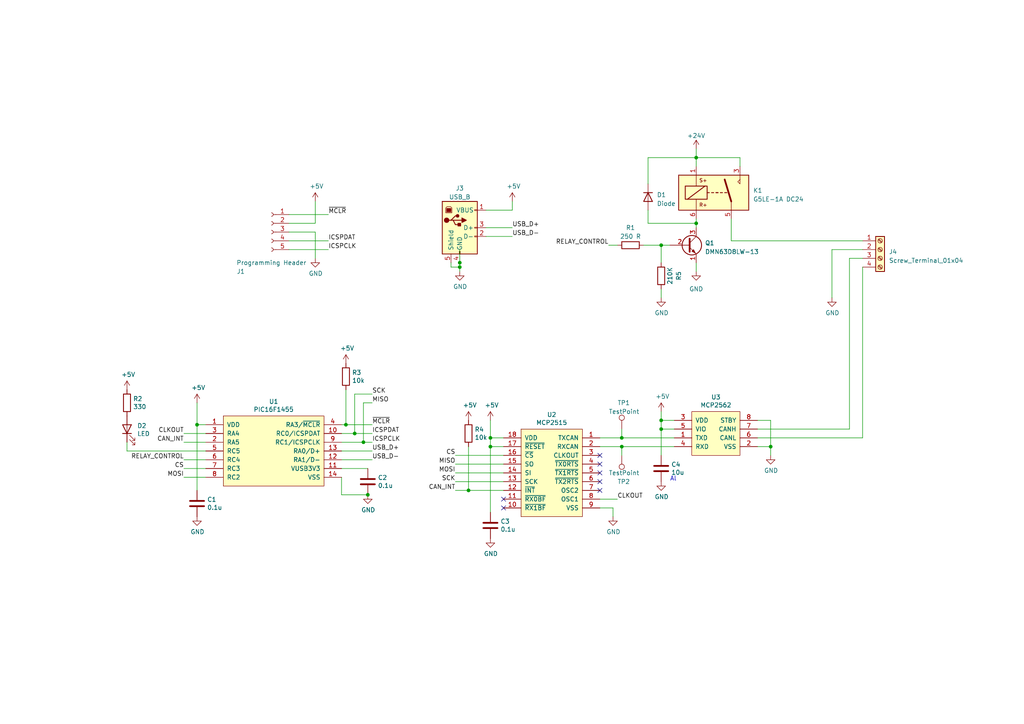
<source format=kicad_sch>
(kicad_sch (version 20230121) (generator eeschema)
  (paper "A4")
  (lib_symbols
    (symbol "Connector:Screw_Terminal_01x04" (pin_names (offset 1.016) hide)
      (property "Reference" "J" (at 0 5.08 0))
      (property "Value" "Screw_Terminal_01x04" (at 0 -7.62 0))
      (symbol "Screw_Terminal_01x04_1_1"
        (rectangle (start -1.27 3.81) (end 1.27 -6.35) (stroke (width 0.254)) (fill (type background)))
        (circle (center 0 -5.08) (radius 0.635) (stroke (width 0.1524)))
        (circle (center 0 -2.54) (radius 0.635) (stroke (width 0.1524)))
        (polyline (pts (xy -0.5334 -4.7498) (xy 0.3302 -5.588)) (stroke (width 0.1524)))
        (polyline (pts (xy -0.5334 -2.2098) (xy 0.3302 -3.048)) (stroke (width 0.1524)))
        (polyline (pts (xy -0.5334 0.3302) (xy 0.3302 -0.508)) (stroke (width 0.1524)))
        (polyline (pts (xy -0.5334 2.8702) (xy 0.3302 2.032)) (stroke (width 0.1524)))
        (polyline (pts (xy -0.3556 -4.572) (xy 0.508 -5.4102)) (stroke (width 0.1524)))
        (polyline (pts (xy -0.3556 -2.032) (xy 0.508 -2.8702)) (stroke (width 0.1524)))
        (polyline (pts (xy -0.3556 0.508) (xy 0.508 -0.3302)) (stroke (width 0.1524)))
        (polyline (pts (xy -0.3556 3.048) (xy 0.508 2.2098)) (stroke (width 0.1524)))
        (circle (center 0 0) (radius 0.635) (stroke (width 0.1524)))
        (circle (center 0 2.54) (radius 0.635) (stroke (width 0.1524)))
        (pin passive line (at -5.08 2.54 0) (length 3.81) (name "Pin_1") (number "1"))
        (pin passive line (at -5.08 0 0) (length 3.81) (name "Pin_2") (number "2"))
        (pin passive line (at -5.08 -2.54 0) (length 3.81) (name "Pin_3") (number "3"))
        (pin passive line (at -5.08 -5.08 0) (length 3.81) (name "Pin_4") (number "4"))
      )
    )
    (symbol "Connector:TestPoint" (pin_numbers hide) (pin_names (offset 0.762) hide)
      (property "Reference" "TP" (at 0 6.858 0))
      (property "Value" "TestPoint" (at 0 5.08 0))
      (symbol "TestPoint_0_1"
        (circle (center 0 3.302) (radius 0.762))
      )
      (symbol "TestPoint_1_1"
        (pin passive line (at 0 0 90) (length 2.54) (name "1") (number "1"))
      )
    )
    (symbol "Connector:USB_B" (pin_names (offset 1.016))
      (property "Reference" "J" (at -5.08 11.43 0))
      (property "Value" "USB_B" (at -5.08 8.89 0))
      (symbol "USB_B_0_1"
        (rectangle (start -5.08 -7.62) (end 5.08 7.62) (stroke (width 0.254)) (fill (type background)))
        (circle (center -3.81 2.159) (radius 0.635) (stroke (width 0.254)) (fill (type outline)))
        (rectangle (start -3.81 5.588) (end -2.54 4.572) (fill (type outline)))
        (circle (center -0.635 3.429) (radius 0.381) (stroke (width 0.254)) (fill (type outline)))
        (rectangle (start -0.127 -7.62) (end 0.127 -6.858))
        (polyline (pts (xy -1.905 2.159) (xy 0.635 2.159)) (stroke (width 0.254)))
        (polyline (pts (xy -3.175 2.159) (xy -2.54 2.159) (xy -1.27 3.429) (xy -0.635 3.429)) (stroke (width 0.254)))
        (polyline (pts (xy -2.54 2.159) (xy -1.905 2.159) (xy -1.27 0.889) (xy 0 0.889)) (stroke (width 0.254)))
        (polyline (pts (xy 0.635 2.794) (xy 0.635 1.524) (xy 1.905 2.159) (xy 0.635 2.794)) (stroke (width 0.254)) (fill (type outline)))
        (polyline (pts (xy -4.064 4.318) (xy -2.286 4.318) (xy -2.286 5.715) (xy -2.667 6.096) (xy -3.683 6.096) (xy -4.064 5.715) (xy -4.064 4.318)))
        (rectangle (start 0.254 1.27) (end -0.508 0.508) (stroke (width 0.254)) (fill (type outline)))
        (rectangle (start 5.08 -2.667) (end 4.318 -2.413))
        (rectangle (start 5.08 -0.127) (end 4.318 0.127))
        (rectangle (start 5.08 4.953) (end 4.318 5.207))
      )
      (symbol "USB_B_1_1"
        (pin power_out line (at 7.62 5.08 180) (length 2.54) (name "VBUS") (number "1"))
        (pin bidirectional line (at 7.62 -2.54 180) (length 2.54) (name "D-") (number "2"))
        (pin bidirectional line (at 7.62 0 180) (length 2.54) (name "D+") (number "3"))
        (pin power_out line (at 0 -10.16 90) (length 2.54) (name "GND") (number "4"))
        (pin passive line (at -2.54 -10.16 90) (length 2.54) (name "Shield") (number "5"))
      )
    )
    (symbol "Device:C" (pin_numbers hide) (pin_names (offset 0.254))
      (property "Reference" "C" (at 0.635 2.54 0))
      (property "Value" "C" (at 0.635 -2.54 0))
      (symbol "C_0_1"
        (polyline (pts (xy -2.032 -0.762) (xy 2.032 -0.762)) (stroke (width 0.508)))
        (polyline (pts (xy -2.032 0.762) (xy 2.032 0.762)) (stroke (width 0.508)))
      )
      (symbol "C_1_1"
        (pin passive line (at 0 3.81 270) (length 2.794) (name "~") (number "1"))
        (pin passive line (at 0 -3.81 90) (length 2.794) (name "~") (number "2"))
      )
    )
    (symbol "Device:D" (pin_numbers hide) (pin_names (offset 1.016) hide)
      (property "Reference" "D" (at 0 2.54 0))
      (property "Value" "D" (at 0 -2.54 0))
      (symbol "D_0_1"
        (polyline (pts (xy -1.27 1.27) (xy -1.27 -1.27)) (stroke (width 0.254)))
        (polyline (pts (xy 1.27 0) (xy -1.27 0)))
        (polyline (pts (xy 1.27 1.27) (xy 1.27 -1.27) (xy -1.27 0) (xy 1.27 1.27)) (stroke (width 0.254)))
      )
      (symbol "D_1_1"
        (pin passive line (at -3.81 0 0) (length 2.54) (name "K") (number "1"))
        (pin passive line (at 3.81 0 180) (length 2.54) (name "A") (number "2"))
      )
    )
    (symbol "Device:LED" (pin_numbers hide) (pin_names (offset 1.016) hide)
      (property "Reference" "D" (at 0 2.54 0))
      (property "Value" "LED" (at 0 -2.54 0))
      (symbol "LED_0_1"
        (polyline (pts (xy -1.27 -1.27) (xy -1.27 1.27)) (stroke (width 0.254)))
        (polyline (pts (xy -1.27 0) (xy 1.27 0)))
        (polyline (pts (xy 1.27 -1.27) (xy 1.27 1.27) (xy -1.27 0) (xy 1.27 -1.27)) (stroke (width 0.254)))
        (polyline (pts (xy -3.048 -0.762) (xy -4.572 -2.286) (xy -3.81 -2.286) (xy -4.572 -2.286) (xy -4.572 -1.524)))
        (polyline (pts (xy -1.778 -0.762) (xy -3.302 -2.286) (xy -2.54 -2.286) (xy -3.302 -2.286) (xy -3.302 -1.524)))
      )
      (symbol "LED_1_1"
        (pin passive line (at -3.81 0 0) (length 2.54) (name "K") (number "1"))
        (pin passive line (at 3.81 0 180) (length 2.54) (name "A") (number "2"))
      )
    )
    (symbol "Device:R" (pin_numbers hide) (pin_names (offset 0))
      (property "Reference" "R" (at 2.032 0 90))
      (property "Value" "R" (at 0 0 90))
      (symbol "R_0_1"
        (rectangle (start -1.016 -2.54) (end 1.016 2.54) (stroke (width 0.254)))
      )
      (symbol "R_1_1"
        (pin passive line (at 0 3.81 270) (length 1.27) (name "~") (number "1"))
        (pin passive line (at 0 -3.81 90) (length 1.27) (name "~") (number "2"))
      )
    )
    (symbol "Relay:ADW11"
      (property "Reference" "K" (at 11.43 3.81 0))
      (property "Value" "ADW11" (at 13.97 1.27 0))
      (symbol "ADW11_1_1"
        (rectangle (start -10.16 5.08) (end 10.16 -5.08) (stroke (width 0.254)) (fill (type background)))
        (rectangle (start -8.255 1.905) (end -1.905 -1.905) (stroke (width 0.254)))
        (polyline (pts (xy -7.62 -1.905) (xy -2.54 1.905)) (stroke (width 0.254)))
        (polyline (pts (xy -5.08 -5.08) (xy -5.08 -1.905)))
        (polyline (pts (xy -5.08 5.08) (xy -5.08 1.905)))
        (polyline (pts (xy -1.905 0) (xy -1.27 0)) (stroke (width 0.254)))
        (polyline (pts (xy -0.635 0) (xy 0 0)) (stroke (width 0.254)))
        (polyline (pts (xy 0.635 0) (xy 1.27 0)) (stroke (width 0.254)))
        (polyline (pts (xy 0.635 0) (xy 1.27 0)) (stroke (width 0.254)))
        (polyline (pts (xy 1.905 0) (xy 2.54 0)) (stroke (width 0.254)))
        (polyline (pts (xy 3.175 0) (xy 3.81 0)) (stroke (width 0.254)))
        (polyline (pts (xy 5.08 -2.54) (xy 3.175 3.81)) (stroke (width 0.508)))
        (polyline (pts (xy 5.08 -2.54) (xy 5.08 -5.08)))
        (polyline (pts (xy 7.62 3.81) (xy 7.62 5.08)))
        (polyline (pts (xy 7.62 3.81) (xy 7.62 2.54) (xy 6.985 3.175) (xy 7.62 3.81)))
        (text "R+" (at -3.048 -3.556 0) (effects (font (size 1.016 1.016))))
        (text "S+" (at -3.048 3.556 0) (effects (font (size 1.016 1.016))))
        (pin passive line (at -5.08 7.62 270) (length 2.54) (name "~") (number "1"))
        (pin passive line (at 7.62 7.62 270) (length 2.54) (name "~") (number "3"))
        (pin passive line (at 5.08 -7.62 90) (length 2.54) (name "~") (number "5"))
        (pin passive line (at -5.08 -7.62 90) (length 2.54) (name "~") (number "6"))
      )
    )
    (symbol "Transistor_BJT:2N2219" (pin_names (offset 0) hide)
      (property "Reference" "Q" (at 5.08 1.905 0))
      (property "Value" "2N2219" (at 5.08 0 0))
      (symbol "2N2219_0_1"
        (polyline (pts (xy 0.635 0.635) (xy 2.54 2.54)))
        (polyline (pts (xy 0.635 -0.635) (xy 2.54 -2.54) (xy 2.54 -2.54)))
        (polyline (pts (xy 0.635 1.905) (xy 0.635 -1.905) (xy 0.635 -1.905)) (stroke (width 0.508)))
        (polyline (pts (xy 1.27 -1.778) (xy 1.778 -1.27) (xy 2.286 -2.286) (xy 1.27 -1.778) (xy 1.27 -1.778)) (fill (type outline)))
        (circle (center 1.27 0) (radius 2.8194) (stroke (width 0.254)))
      )
      (symbol "2N2219_1_1"
        (pin passive line (at 2.54 -5.08 90) (length 2.54) (name "E") (number "1"))
        (pin passive line (at -5.08 0 0) (length 5.715) (name "B") (number "2"))
        (pin passive line (at 2.54 5.08 270) (length 2.54) (name "C") (number "3"))
      )
    )
    (symbol "power:+24V" (power) (pin_names (offset 0))
      (property "Value" "+24V" (at 0 3.556 0))
      (symbol "+24V_0_1"
        (polyline (pts (xy -0.762 1.27) (xy 0 2.54)))
        (polyline (pts (xy 0 0) (xy 0 2.54)))
        (polyline (pts (xy 0 2.54) (xy 0.762 1.27)))
      )
      (symbol "+24V_1_1"
        (pin power_in line (at 0 0 90) (length 0) hide (name "+24V") (number "1"))
      )
    )
    (symbol "power:+5V" (power) (pin_names (offset 0))
      (property "Value" "+5V" (at 0 3.556 0))
      (symbol "+5V_0_1"
        (polyline (pts (xy -0.762 1.27) (xy 0 2.54)))
        (polyline (pts (xy 0 0) (xy 0 2.54)))
        (polyline (pts (xy 0 2.54) (xy 0.762 1.27)))
      )
      (symbol "+5V_1_1"
        (pin power_in line (at 0 0 90) (length 0) hide (name "+5V") (number "1"))
      )
    )
    (symbol "power:GND" (power) (pin_names (offset 0))
      (property "Value" "GND" (at 0 -3.81 0))
      (symbol "GND_0_1"
        (polyline (pts (xy 0 0) (xy 0 -1.27) (xy 1.27 -1.27) (xy 0 -2.54) (xy -1.27 -1.27) (xy 0 -1.27)))
      )
      (symbol "GND_1_1"
        (pin power_in line (at 0 0 270) (length 0) hide (name "GND") (number "1"))
      )
    )
    (symbol "usbdbg-rescue:Conn_01x05_Female-Connector" (pin_names (offset 1.016) hide)
      (property "Reference" "J" (at 0 7.62 0))
      (property "Value" "Connector_Conn_01x05_Female" (at 0 -7.62 0))
      (symbol "Conn_01x05_Female-Connector_1_1"
        (arc (start 0 -4.572) (mid -0.5058 -5.08) (end 0 -5.588) (stroke (width 0.1524)))
        (arc (start 0 -2.032) (mid -0.5058 -2.54) (end 0 -3.048) (stroke (width 0.1524)))
        (polyline (pts (xy -1.27 -5.08) (xy -0.508 -5.08)) (stroke (width 0.1524)))
        (polyline (pts (xy -1.27 -2.54) (xy -0.508 -2.54)) (stroke (width 0.1524)))
        (polyline (pts (xy -1.27 0) (xy -0.508 0)) (stroke (width 0.1524)))
        (polyline (pts (xy -1.27 2.54) (xy -0.508 2.54)) (stroke (width 0.1524)))
        (polyline (pts (xy -1.27 5.08) (xy -0.508 5.08)) (stroke (width 0.1524)))
        (arc (start 0 0.508) (mid -0.5058 0) (end 0 -0.508) (stroke (width 0.1524)))
        (arc (start 0 3.048) (mid -0.5058 2.54) (end 0 2.032) (stroke (width 0.1524)))
        (arc (start 0 5.588) (mid -0.5058 5.08) (end 0 4.572) (stroke (width 0.1524)))
        (pin passive line (at -5.08 5.08 0) (length 3.81) (name "Pin_1") (number "1"))
        (pin passive line (at -5.08 2.54 0) (length 3.81) (name "Pin_2") (number "2"))
        (pin passive line (at -5.08 0 0) (length 3.81) (name "Pin_3") (number "3"))
        (pin passive line (at -5.08 -2.54 0) (length 3.81) (name "Pin_4") (number "4"))
        (pin passive line (at -5.08 -5.08 0) (length 3.81) (name "Pin_5") (number "5"))
      )
    )
    (symbol "usbdbg-rescue:MCP2515-canhw" (pin_names (offset 1.016))
      (property "Reference" "U" (at 7.62 8.89 0))
      (property "Value" "canhw_MCP2515" (at -5.08 8.89 0))
      (symbol "MCP2515-canhw_0_1"
        (rectangle (start -8.89 7.62) (end 8.89 -17.78) (fill (type background)))
      )
      (symbol "MCP2515-canhw_1_1"
        (pin bidirectional line (at -13.97 5.08 0) (length 5.08) (name "TXCAN") (number "1"))
        (pin bidirectional line (at 13.97 -15.24 180) (length 5.08) (name "~{RX1BF}") (number "10"))
        (pin bidirectional line (at 13.97 -12.7 180) (length 5.08) (name "~{RX0BF}") (number "11"))
        (pin bidirectional line (at 13.97 -10.16 180) (length 5.08) (name "~{INT}") (number "12"))
        (pin bidirectional line (at 13.97 -7.62 180) (length 5.08) (name "SCK") (number "13"))
        (pin bidirectional line (at 13.97 -5.08 180) (length 5.08) (name "SI") (number "14"))
        (pin bidirectional line (at 13.97 -2.54 180) (length 5.08) (name "SO") (number "15"))
        (pin bidirectional line (at 13.97 0 180) (length 5.08) (name "~{CS}") (number "16"))
        (pin bidirectional line (at 13.97 2.54 180) (length 5.08) (name "~{RESET}") (number "17"))
        (pin power_in line (at 13.97 5.08 180) (length 5.08) (name "VDD") (number "18"))
        (pin bidirectional line (at -13.97 2.54 0) (length 5.08) (name "RXCAN") (number "2"))
        (pin bidirectional line (at -13.97 0 0) (length 5.08) (name "CLKOUT") (number "3"))
        (pin bidirectional line (at -13.97 -2.54 0) (length 5.08) (name "~{TX0RTS}") (number "4"))
        (pin bidirectional line (at -13.97 -5.08 0) (length 5.08) (name "~{TX1RTS}") (number "5"))
        (pin bidirectional line (at -13.97 -7.62 0) (length 5.08) (name "~{TX2RTS}") (number "6"))
        (pin bidirectional line (at -13.97 -10.16 0) (length 5.08) (name "OSC2") (number "7"))
        (pin bidirectional line (at -13.97 -12.7 0) (length 5.08) (name "OSC1") (number "8"))
        (pin power_in line (at -13.97 -15.24 0) (length 5.08) (name "VSS") (number "9"))
      )
    )
    (symbol "usbdbg-rescue:MCP2562-canhw" (pin_names (offset 1.016))
      (property "Reference" "U" (at 5.08 3.81 0))
      (property "Value" "canhw_MCP2562" (at -3.81 3.81 0))
      (symbol "MCP2562-canhw_0_1"
        (rectangle (start -7.62 2.54) (end 6.35 -10.16) (fill (type background)))
      )
      (symbol "MCP2562-canhw_1_1"
        (pin bidirectional line (at -12.7 -5.08 0) (length 5.08) (name "TXD") (number "1"))
        (pin power_in line (at 11.43 -7.62 180) (length 5.08) (name "VSS") (number "2"))
        (pin power_in line (at -12.7 0 0) (length 5.08) (name "VDD") (number "3"))
        (pin bidirectional line (at -12.7 -7.62 0) (length 5.08) (name "RXD") (number "4"))
        (pin bidirectional line (at -12.7 -2.54 0) (length 5.08) (name "VIO") (number "5"))
        (pin bidirectional line (at 11.43 -5.08 180) (length 5.08) (name "CANL") (number "6"))
        (pin bidirectional line (at 11.43 -2.54 180) (length 5.08) (name "CANH") (number "7"))
        (pin bidirectional line (at 11.43 0 180) (length 5.08) (name "STBY") (number "8"))
      )
    )
    (symbol "usbdbg-rescue:PIC16F1455-canhw" (pin_names (offset 1.016))
      (property "Reference" "U" (at 19.05 5.08 0))
      (property "Value" "canhw_PIC16F1455" (at -3.81 5.08 0))
      (symbol "PIC16F1455-canhw_0_1"
        (rectangle (start -8.89 3.81) (end 20.32 -16.51) (fill (type background)))
      )
      (symbol "PIC16F1455-canhw_1_1"
        (pin power_in line (at -13.97 1.27 0) (length 5.08) (name "VDD") (number "1"))
        (pin bidirectional line (at 25.4 -1.27 180) (length 5.08) (name "RC0/ICSPDAT") (number "10"))
        (pin bidirectional line (at 25.4 -11.43 180) (length 5.08) (name "VUSB3V3") (number "11"))
        (pin bidirectional line (at 25.4 -8.89 180) (length 5.08) (name "RA1/D-") (number "12"))
        (pin bidirectional line (at 25.4 -6.35 180) (length 5.08) (name "RA0/D+") (number "13"))
        (pin bidirectional line (at 25.4 -13.97 180) (length 5.08) (name "VSS") (number "14"))
        (pin bidirectional line (at -13.97 -3.81 0) (length 5.08) (name "RA5") (number "2"))
        (pin bidirectional line (at -13.97 -1.27 0) (length 5.08) (name "RA4") (number "3"))
        (pin bidirectional line (at 25.4 1.27 180) (length 5.08) (name "RA3/~{MCLR}") (number "4"))
        (pin bidirectional line (at -13.97 -6.35 0) (length 5.08) (name "RC5") (number "5"))
        (pin bidirectional line (at -13.97 -8.89 0) (length 5.08) (name "RC4") (number "6"))
        (pin bidirectional line (at -13.97 -11.43 0) (length 5.08) (name "RC3") (number "7"))
        (pin bidirectional line (at -13.97 -13.97 0) (length 5.08) (name "RC2") (number "8"))
        (pin bidirectional line (at 25.4 -3.81 180) (length 5.08) (name "RC1/ICSPCLK") (number "9"))
      )
    )
  )
  (junction (at 102.87 125.73))
  (junction (at 142.24 127))
  (junction (at 100.33 123.19))
  (junction (at 201.93 64.77))
  (junction (at 223.52 129.54))
  (junction (at 133.35 77.47))
  (junction (at 191.77 121.92))
  (junction (at 106.68 143.51))
  (junction (at 191.77 71.12))
  (junction (at 180.34 129.54))
  (junction (at 105.41 128.27))
  (junction (at 135.89 142.24))
  (junction (at 133.35 76.2))
  (junction (at 201.93 45.72))
  (junction (at 180.34 127))
  (junction (at 191.77 124.46))
  (junction (at 57.15 123.19))
  (junction (at 142.24 129.54))
  (no_connect (at 173.99 142.24))
  (no_connect (at 146.05 144.78))
  (no_connect (at 173.99 139.7))
  (no_connect (at 146.05 147.32))
  (no_connect (at 173.99 134.62))
  (no_connect (at 173.99 137.16))
  (no_connect (at 173.99 132.08))
  (wire (pts (xy 99.06 143.51) (xy 106.68 143.51)))
  (wire (pts (xy 53.34 133.35) (xy 59.69 133.35)))
  (wire (pts (xy 191.77 121.92) (xy 191.77 124.46)))
  (wire (pts (xy 180.34 127) (xy 195.58 127)))
  (wire (pts (xy 100.33 113.03) (xy 100.33 123.19)))
  (wire (pts (xy 176.53 71.12) (xy 179.07 71.12)))
  (wire (pts (xy 173.99 129.54) (xy 180.34 129.54)))
  (wire (pts (xy 99.06 133.35) (xy 107.95 133.35)))
  (wire (pts (xy 142.24 148.59) (xy 142.24 129.54)))
  (wire (pts (xy 223.52 132.08) (xy 223.52 129.54)))
  (wire (pts (xy 201.93 64.77) (xy 201.93 66.04)))
  (wire (pts (xy 177.8 147.32) (xy 173.99 147.32)))
  (wire (pts (xy 91.44 64.77) (xy 83.82 64.77)))
  (wire (pts (xy 130.81 76.2) (xy 130.81 77.47)))
  (wire (pts (xy 212.09 63.5) (xy 212.09 69.85)))
  (wire (pts (xy 191.77 71.12) (xy 194.31 71.12)))
  (wire (pts (xy 180.34 124.46) (xy 180.34 127)))
  (wire (pts (xy 187.96 45.72) (xy 201.93 45.72)))
  (wire (pts (xy 191.77 132.08) (xy 191.77 124.46)))
  (wire (pts (xy 142.24 121.92) (xy 142.24 127)))
  (wire (pts (xy 186.69 71.12) (xy 191.77 71.12)))
  (wire (pts (xy 179.07 144.78) (xy 173.99 144.78)))
  (wire (pts (xy 107.95 114.3) (xy 102.87 114.3)))
  (wire (pts (xy 135.89 129.54) (xy 135.89 142.24)))
  (wire (pts (xy 99.06 130.81) (xy 107.95 130.81)))
  (wire (pts (xy 99.06 128.27) (xy 105.41 128.27)))
  (wire (pts (xy 100.33 123.19) (xy 107.95 123.19)))
  (wire (pts (xy 201.93 63.5) (xy 201.93 64.77)))
  (wire (pts (xy 53.34 138.43) (xy 59.69 138.43)))
  (wire (pts (xy 201.93 43.18) (xy 201.93 45.72)))
  (wire (pts (xy 132.08 134.62) (xy 146.05 134.62)))
  (wire (pts (xy 140.97 68.58) (xy 148.59 68.58)))
  (wire (pts (xy 135.89 142.24) (xy 146.05 142.24)))
  (wire (pts (xy 140.97 66.04) (xy 148.59 66.04)))
  (wire (pts (xy 91.44 58.42) (xy 91.44 64.77)))
  (wire (pts (xy 201.93 45.72) (xy 214.63 45.72)))
  (wire (pts (xy 191.77 71.12) (xy 191.77 76.2)))
  (wire (pts (xy 99.06 125.73) (xy 102.87 125.73)))
  (wire (pts (xy 105.41 116.84) (xy 105.41 128.27)))
  (wire (pts (xy 99.06 123.19) (xy 100.33 123.19)))
  (wire (pts (xy 195.58 121.92) (xy 191.77 121.92)))
  (wire (pts (xy 219.71 124.46) (xy 246.38 124.46)))
  (wire (pts (xy 132.08 137.16) (xy 146.05 137.16)))
  (wire (pts (xy 191.77 119.38) (xy 191.77 121.92)))
  (wire (pts (xy 102.87 125.73) (xy 107.95 125.73)))
  (wire (pts (xy 187.96 64.77) (xy 201.93 64.77)))
  (wire (pts (xy 201.93 45.72) (xy 201.93 48.26)))
  (wire (pts (xy 219.71 127) (xy 250.19 127)))
  (wire (pts (xy 99.06 135.89) (xy 106.68 135.89)))
  (wire (pts (xy 212.09 69.85) (xy 250.19 69.85)))
  (wire (pts (xy 250.19 77.47) (xy 250.19 127)))
  (wire (pts (xy 250.19 74.93) (xy 246.38 74.93)))
  (wire (pts (xy 132.08 139.7) (xy 146.05 139.7)))
  (wire (pts (xy 223.52 121.92) (xy 223.52 129.54)))
  (wire (pts (xy 187.96 60.96) (xy 187.96 64.77)))
  (wire (pts (xy 140.97 60.96) (xy 148.59 60.96)))
  (wire (pts (xy 99.06 138.43) (xy 99.06 143.51)))
  (wire (pts (xy 180.34 132.08) (xy 180.34 129.54)))
  (wire (pts (xy 83.82 69.85) (xy 95.25 69.85)))
  (wire (pts (xy 187.96 53.34) (xy 187.96 45.72)))
  (wire (pts (xy 83.82 62.23) (xy 95.25 62.23)))
  (wire (pts (xy 223.52 129.54) (xy 219.71 129.54)))
  (wire (pts (xy 219.71 121.92) (xy 223.52 121.92)))
  (wire (pts (xy 105.41 128.27) (xy 107.95 128.27)))
  (wire (pts (xy 83.82 72.39) (xy 95.25 72.39)))
  (wire (pts (xy 91.44 67.31) (xy 83.82 67.31)))
  (wire (pts (xy 53.34 128.27) (xy 59.69 128.27)))
  (wire (pts (xy 91.44 74.93) (xy 91.44 67.31)))
  (wire (pts (xy 36.83 128.27) (xy 36.83 130.81)))
  (wire (pts (xy 246.38 74.93) (xy 246.38 124.46)))
  (wire (pts (xy 53.34 125.73) (xy 59.69 125.73)))
  (wire (pts (xy 201.93 76.2) (xy 201.93 78.74)))
  (wire (pts (xy 53.34 135.89) (xy 59.69 135.89)))
  (wire (pts (xy 57.15 142.24) (xy 57.15 123.19)))
  (wire (pts (xy 133.35 76.2) (xy 133.35 77.47)))
  (wire (pts (xy 133.35 72.39) (xy 133.35 76.2)))
  (wire (pts (xy 148.59 58.42) (xy 148.59 60.96)))
  (wire (pts (xy 102.87 114.3) (xy 102.87 125.73)))
  (wire (pts (xy 133.35 78.74) (xy 133.35 77.47)))
  (wire (pts (xy 36.83 130.81) (xy 59.69 130.81)))
  (wire (pts (xy 57.15 116.84) (xy 57.15 123.19)))
  (wire (pts (xy 142.24 129.54) (xy 142.24 127)))
  (wire (pts (xy 142.24 127) (xy 146.05 127)))
  (wire (pts (xy 180.34 129.54) (xy 195.58 129.54)))
  (wire (pts (xy 191.77 83.82) (xy 191.77 86.36)))
  (wire (pts (xy 57.15 123.19) (xy 59.69 123.19)))
  (wire (pts (xy 241.3 72.39) (xy 241.3 86.36)))
  (wire (pts (xy 173.99 127) (xy 180.34 127)))
  (wire (pts (xy 130.81 77.47) (xy 133.35 77.47)))
  (wire (pts (xy 191.77 124.46) (xy 195.58 124.46)))
  (wire (pts (xy 146.05 129.54) (xy 142.24 129.54)))
  (wire (pts (xy 177.8 149.86) (xy 177.8 147.32)))
  (wire (pts (xy 107.95 116.84) (xy 105.41 116.84)))
  (wire (pts (xy 132.08 132.08) (xy 146.05 132.08)))
  (wire (pts (xy 132.08 142.24) (xy 135.89 142.24)))
  (wire (pts (xy 214.63 45.72) (xy 214.63 48.26)))
  (wire (pts (xy 250.19 72.39) (xy 241.3 72.39)))
  (text "Al" (at 194.31 139.7 0) (effects (font (size 1.27 1.27)) (justify left bottom)))
  (label "~{MCLR}" (at 107.95 123.19 0))
  (label "ICSPDAT" (at 107.95 125.73 0))
  (label "ICSPCLK" (at 95.25 72.39 0))
  (label "USB_D-" (at 107.95 133.35 0))
  (label "USB_D-" (at 148.59 68.58 0))
  (label "RELAY_CONTROL" (at 176.53 71.12 180))
  (label "MISO" (at 107.95 116.84 0))
  (label "MISO" (at 132.08 134.62 180))
  (label "SCK" (at 132.08 139.7 180))
  (label "CAN_INT" (at 53.34 128.27 180))
  (label "USB_D+" (at 148.59 66.04 0))
  (label "MOSI" (at 53.34 138.43 180))
  (label "ICSPDAT" (at 95.25 69.85 0))
  (label "CLKOUT" (at 53.34 125.73 180))
  (label "ICSPCLK" (at 107.95 128.27 0))
  (label "RELAY_CONTROL" (at 53.34 133.35 180))
  (label "CLKOUT" (at 179.07 144.78 0))
  (label "~{MCLR}" (at 95.25 62.23 0))
  (label "SCK" (at 107.95 114.3 0))
  (label "CAN_INT" (at 132.08 142.24 180))
  (label "USB_D+" (at 107.95 130.81 0))
  (label "MOSI" (at 132.08 137.16 180))
  (label "CS" (at 132.08 132.08 180))
  (label "CS" (at 53.34 135.89 180))
  (symbol (lib_id "Connector:USB_B") (at 133.35 66.04 0) (unit 1)
    (property "Reference" "J3" (at 133.35 54.61 0))
    (property "Value" "USB_B" (at 133.35 57.15 0))
    (property "Footprint" "Connector_USB:USB_A_Molex_67643_Horizontal" (effects hide))
    (property "Datasheet" " ~" (effects hide))
  )
  (symbol (lib_id "Device:C") (at 106.68 139.7 0) (unit 1)
    (property "Reference" "C2" (at 109.601 138.5316 0) (effects (justify left)))
    (property "Value" "0.1u" (at 109.601 140.843 0) (effects (justify left)))
    (property "Footprint" "Capacitor_SMD:C_0805_2012Metric_Pad1.15x1.40mm_HandSolder" (effects hide))
  )
  (symbol (lib_id "power:GND") (at 91.44 74.93 0) (unit 1)
    (property "Reference" "#PWR06" (effects hide))
    (property "Value" "GND" (at 91.567 79.3242 0))
  )
  (symbol (lib_id "power:GND") (at 201.93 78.74 0) (unit 1)
    (property "Reference" "#PWR01" (effects hide))
    (property "Value" "GND" (at 201.93 83.82 0))
  )
  (symbol (lib_id "usbdbg-rescue:MCP2562-canhw") (at 208.28 121.92 0) (unit 1)
    (property "Reference" "U3" (at 207.645 115.189 0))
    (property "Value" "MCP2562" (at 207.645 117.5004 0))
    (property "Footprint" "Housings_SOIC:SOIC-8_3.9x4.9mm_Pitch1.27mm" (effects hide))
  )
  (symbol (lib_id "Device:LED") (at 36.83 124.46 90) (unit 1)
    (property "Reference" "D2" (at 39.8018 123.4948 90) (effects (justify right)))
    (property "Value" "LED" (at 39.8018 125.8062 90) (effects (justify right)))
    (property "Footprint" "LED_SMD:LED_1206_3216Metric_Pad1.42x1.75mm_HandSolder" (effects hide))
  )
  (symbol (lib_id "Device:R") (at 182.88 71.12 270) (unit 1)
    (property "Reference" "R1" (at 182.88 66.04 90))
    (property "Value" "250 R" (at 182.88 68.58 90))
    (property "Footprint" "Resistor_SMD:R_0805_2012Metric_Pad1.20x1.40mm_HandSolder" (effects hide))
  )
  (symbol (lib_id "usbdbg-rescue:Conn_01x05_Female-Connector") (at 78.74 67.31 0) (mirror y) (unit 1)
    (property "Reference" "J1" (at 69.85 78.74 0))
    (property "Value" "Programming Header" (at 78.74 76.2 0))
    (property "Footprint" "canhw_footprints:PinHeader_5x2.54_SMD_90deg_952-3198-1-ND" (effects hide))
  )
  (symbol (lib_id "power:+5V") (at 36.83 113.03 0) (unit 1)
    (property "Reference" "#PWR02" (effects hide))
    (property "Value" "+5V" (at 37.211 108.6358 0))
  )
  (symbol (lib_id "power:+5V") (at 148.59 58.42 0) (unit 1)
    (property "Reference" "#PWR013" (effects hide))
    (property "Value" "+5V" (at 148.971 54.0258 0))
  )
  (symbol (lib_id "Device:C") (at 191.77 135.89 0) (unit 1)
    (property "Reference" "C4" (at 194.691 134.7216 0) (effects (justify left)))
    (property "Value" "10u" (at 194.691 137.033 0) (effects (justify left)))
    (property "Footprint" "Capacitor_SMD:C_0805_2012Metric_Pad1.15x1.40mm_HandSolder" (effects hide))
  )
  (symbol (lib_id "power:GND") (at 191.77 86.36 0) (unit 1)
    (property "Reference" "#PWR018" (effects hide))
    (property "Value" "GND" (at 191.897 90.7542 0))
  )
  (symbol (lib_id "power:GND") (at 106.68 143.51 0) (unit 1)
    (property "Reference" "#PWR08" (effects hide))
    (property "Value" "GND" (at 106.807 147.9042 0))
  )
  (symbol (lib_id "power:GND") (at 133.35 78.74 0) (unit 1)
    (property "Reference" "#PWR012" (effects hide))
    (property "Value" "GND" (at 133.477 83.1342 0))
  )
  (symbol (lib_id "power:GND") (at 223.52 132.08 0) (unit 1)
    (property "Reference" "#PWR017" (effects hide))
    (property "Value" "GND" (at 223.647 136.4742 0))
  )
  (symbol (lib_id "usbdbg-rescue:MCP2515-canhw") (at 160.02 132.08 0) (mirror y) (unit 1)
    (property "Reference" "U2" (at 160.02 120.269 0))
    (property "Value" "MCP2515" (at 160.02 122.5804 0))
    (property "Footprint" "Housings_SOIC:SOIC-18W_7.5x11.6mm_Pitch1.27mm" (effects hide))
  )
  (symbol (lib_id "Connector:Screw_Terminal_01x04") (at 255.27 72.39 0) (unit 1)
    (property "Reference" "J4" (at 257.81 73.025 0) (effects (justify left)))
    (property "Value" "Screw_Terminal_01x04" (at 257.81 75.565 0) (effects (justify left)))
    (property "Footprint" "TerminalBlock_Phoenix:TerminalBlock_Phoenix_MKDS-1,5-4_1x04_P5.00mm_Horizontal" (effects hide))
  )
  (symbol (lib_id "power:GND") (at 191.77 139.7 0) (unit 1)
    (property "Reference" "#PWR016" (effects hide))
    (property "Value" "GND" (at 191.897 144.0942 0))
  )
  (symbol (lib_id "power:GND") (at 142.24 156.21 0) (unit 1)
    (property "Reference" "#PWR011" (effects hide))
    (property "Value" "GND" (at 142.367 160.6042 0))
  )
  (symbol (lib_id "Device:D") (at 187.96 57.15 270) (unit 1)
    (property "Reference" "D1" (at 190.5 56.515 90) (effects (justify left)))
    (property "Value" "Diode" (at 190.5 59.055 90) (effects (justify left)))
    (property "Footprint" "Diode_SMD:D_0805_2012Metric_Pad1.15x1.40mm_HandSolder" (effects hide))
    (property "Sim.Device" "D" (effects hide))
    (property "Sim.Pins" "1=K 2=A" (effects hide))
  )
  (symbol (lib_id "power:+5V") (at 57.15 116.84 0) (unit 1)
    (property "Reference" "#PWR03" (effects hide))
    (property "Value" "+5V" (at 57.531 112.4458 0))
  )
  (symbol (lib_id "usbdbg-rescue:PIC16F1455-canhw") (at 73.66 124.46 0) (unit 1)
    (property "Reference" "U1" (at 79.375 116.459 0))
    (property "Value" "PIC16F1455" (at 79.375 118.7704 0))
    (property "Footprint" "Housings_SOIC:SOIC-14_3.9x8.7mm_Pitch1.27mm" (effects hide))
  )
  (symbol (lib_id "Device:R") (at 100.33 109.22 0) (unit 1)
    (property "Reference" "R3" (at 102.108 108.0516 0) (effects (justify left)))
    (property "Value" "10k" (at 102.108 110.363 0) (effects (justify left)))
    (property "Footprint" "Resistor_SMD:R_0805_2012Metric_Pad1.15x1.40mm_HandSolder" (effects hide))
  )
  (symbol (lib_id "Relay:ADW11") (at 207.01 55.88 0) (unit 1)
    (property "Reference" "K1" (at 218.44 55.245 0) (effects (justify left)))
    (property "Value" "G5LE-1A DC24" (at 218.44 57.785 0) (effects (justify left)))
    (property "Footprint" "Relay_THT:Relay_1P1T_NO_10x24x18.8mm_Panasonic_ADW11xxxxW_THT" (effects hide))
    (property "Datasheet" "https://www.panasonic-electric-works.com/pew/es/downloads/ds_dw_hl_en.pdf" (effects hide))
  )
  (symbol (lib_id "Device:R") (at 191.77 80.01 180) (unit 1)
    (property "Reference" "R5" (at 196.85 80.01 90))
    (property "Value" "210K" (at 194.31 80.01 90))
    (property "Footprint" "Resistor_SMD:R_0805_2012Metric_Pad1.20x1.40mm_HandSolder" (effects hide))
  )
  (symbol (lib_id "Connector:TestPoint") (at 180.34 124.46 0) (unit 1)
    (property "Reference" "TP1" (at 179.07 116.84 0) (effects (justify left)))
    (property "Value" "TestPoint" (at 176.53 119.38 0) (effects (justify left)))
    (property "Footprint" "TestPoint:TestPoint_THTPad_D2.0mm_Drill1.0mm" (effects hide))
  )
  (symbol (lib_id "power:GND") (at 57.15 149.86 0) (unit 1)
    (property "Reference" "#PWR04" (effects hide))
    (property "Value" "GND" (at 57.277 154.2542 0))
  )
  (symbol (lib_id "Device:R") (at 135.89 125.73 0) (unit 1)
    (property "Reference" "R4" (at 137.668 124.5616 0) (effects (justify left)))
    (property "Value" "10k" (at 137.668 126.873 0) (effects (justify left)))
    (property "Footprint" "Resistor_SMD:R_0805_2012Metric_Pad1.15x1.40mm_HandSolder" (effects hide))
  )
  (symbol (lib_id "power:+5V") (at 135.89 121.92 0) (unit 1)
    (property "Reference" "#PWR09" (effects hide))
    (property "Value" "+5V" (at 136.271 117.5258 0))
  )
  (symbol (lib_id "Device:C") (at 57.15 146.05 0) (unit 1)
    (property "Reference" "C1" (at 60.071 144.8816 0) (effects (justify left)))
    (property "Value" "0.1u" (at 60.071 147.193 0) (effects (justify left)))
    (property "Footprint" "Capacitor_SMD:C_0805_2012Metric_Pad1.15x1.40mm_HandSolder" (effects hide))
  )
  (symbol (lib_id "power:+5V") (at 191.77 119.38 0) (unit 1)
    (property "Reference" "#PWR015" (effects hide))
    (property "Value" "+5V" (at 192.151 114.9858 0))
  )
  (symbol (lib_id "power:+5V") (at 91.44 58.42 0) (unit 1)
    (property "Reference" "#PWR05" (effects hide))
    (property "Value" "+5V" (at 91.821 54.0258 0))
  )
  (symbol (lib_id "power:+24V") (at 201.93 43.18 0) (unit 1)
    (property "Reference" "#PWR020" (effects hide))
    (property "Value" "+24V" (at 201.93 39.37 0))
  )
  (symbol (lib_id "Device:C") (at 142.24 152.4 0) (unit 1)
    (property "Reference" "C3" (at 145.161 151.2316 0) (effects (justify left)))
    (property "Value" "0.1u" (at 145.161 153.543 0) (effects (justify left)))
    (property "Footprint" "Capacitor_SMD:C_0805_2012Metric_Pad1.15x1.40mm_HandSolder" (effects hide))
  )
  (symbol (lib_id "power:+5V") (at 100.33 105.41 0) (unit 1)
    (property "Reference" "#PWR07" (effects hide))
    (property "Value" "+5V" (at 100.711 101.0158 0))
  )
  (symbol (lib_id "power:+5V") (at 142.24 121.92 0) (unit 1)
    (property "Reference" "#PWR010" (effects hide))
    (property "Value" "+5V" (at 142.621 117.5258 0))
  )
  (symbol (lib_id "Connector:TestPoint") (at 180.34 132.08 180) (unit 1)
    (property "Reference" "TP2" (at 179.07 139.7 0) (effects (justify right)))
    (property "Value" "TestPoint" (at 176.53 137.16 0) (effects (justify right)))
    (property "Footprint" "TestPoint:TestPoint_THTPad_D2.0mm_Drill1.0mm" (effects hide))
  )
  (symbol (lib_id "power:GND") (at 177.8 149.86 0) (unit 1)
    (property "Reference" "#PWR014" (effects hide))
    (property "Value" "GND" (at 177.927 154.2542 0))
  )
  (symbol (lib_id "power:GND") (at 241.3 86.36 0) (unit 1)
    (property "Reference" "#PWR019" (effects hide))
    (property "Value" "GND" (at 241.427 90.7542 0))
  )
  (symbol (lib_id "Device:R") (at 36.83 116.84 0) (unit 1)
    (property "Reference" "R2" (at 38.608 115.6716 0) (effects (justify left)))
    (property "Value" "330" (at 38.608 117.983 0) (effects (justify left)))
    (property "Footprint" "Resistor_SMD:R_0805_2012Metric_Pad1.15x1.40mm_HandSolder" (effects hide))
  )
  (symbol (lib_id "Transistor_BJT:2N2219") (at 199.39 71.12 0) (unit 1)
    (property "Reference" "Q1" (at 204.47 70.485 0) (effects (justify left)))
    (property "Value" "DMN63D8LW-13" (at 204.47 73.025 0) (effects (justify left)))
    (property "Footprint" "Package_TO_SOT_THT:TO-39-3" (effects hide))
    (property "Datasheet" "http://www.onsemi.com/pub_link/Collateral/2N2219-D.PDF" (effects hide))
  )
)
</source>
